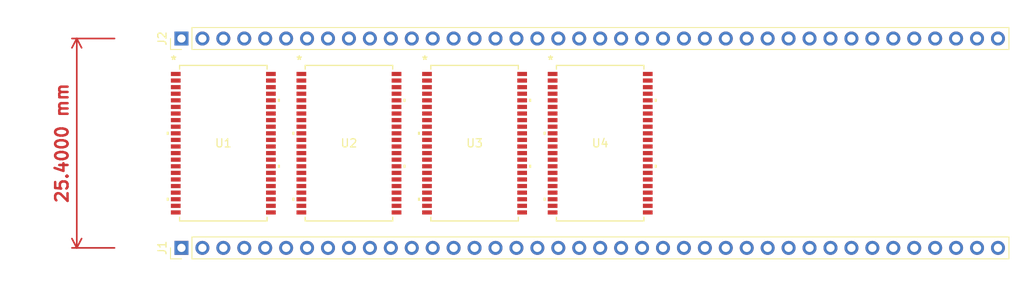
<source format=kicad_pcb>
(kicad_pcb (version 20221018) (generator pcbnew)
  (layers (0 "F.Cu" signal) (31 "B.Cu" signal) (34 "B.Paste" user) (35 "F.Paste" user) (36 "B.SilkS" user "B.Silkscreen") (37 "F.SilkS" user "F.Silkscreen") (38 "B.Mask" user) (39 "F.Mask" user) (44 "Edge.Cuts" user))
  (net 0 "")
  (net 66 "/A2")
  (net 67 "/A3")
  (net 68 "/A4")
  (net 69 "/A5")
  (net 70 "/A6")
  (net 71 "/A7")
  (net 72 "/A8")
  (net 73 "/A9")
  (net 74 "/A10")
  (net 75 "/A11")
  (net 76 "/A12")
  (net 77 "/A13")
  (net 78 "/A14")
  (net 79 "/A15")
  (net 80 "/A16")
  (net 81 "/A17")
  (net 82 "/A18")
  (net 83 "/A19")
  (net 84 "/A20")
  (net 85 "/A21")
  (net 145 "/D0")
  (net 146 "/D1")
  (net 147 "/D2")
  (net 148 "/D3")
  (net 149 "/D4")
  (net 150 "/D5")
  (net 151 "/D6")
  (net 152 "/D7")
  (net 153 "/D8")
  (net 154 "/D9")
  (net 155 "/D10")
  (net 156 "/D11")
  (net 157 "/D12")
  (net 158 "/D13")
  (net 159 "/D14")
  (net 160 "/D15")
  (net 161 "/D16")
  (net 162 "/D17")
  (net 163 "/D18")
  (net 164 "/D19")
  (net 165 "/D20")
  (net 166 "/D21")
  (net 167 "/D22")
  (net 168 "/D23")
  (net 169 "/D24")
  (net 170 "/D25")
  (net 171 "/D26")
  (net 172 "/D27")
  (net 173 "/D28")
  (net 174 "/D29")
  (net 175 "/D30")
  (net 176 "/D31")
  (footprint "TSOP-II 44:TSOP-II-44_400MIL_LTK" (layer "F.Cu") (at 106.68 86.36)
    (fp_text reference "U1" (at 0 0 unlocked) (layer "F.SilkS"))
    (fp_text value "LY62W10248ML-55LLI" hide)
    (fp_text user "*" (at -6.02615 -10.050998 unlocked) (layer "F.SilkS"))
    (fp_text user "*" (at -6.02615 -10.050998) (layer "F.SilkS"))
    (fp_line (start -5.3086 -9.4361) (end -5.3086 -8.986738) (stroke (width 0.1524)) (layer "F.SilkS"))
    (fp_line (start -5.3086 8.986738) (end -5.3086 9.4361) (stroke (width 0.1524)) (layer "F.SilkS"))
    (fp_line (start -5.3086 9.4361) (end 5.3086 9.4361) (stroke (width 0.1524)) (layer "F.SilkS"))
    (fp_line (start 5.3086 -9.4361) (end -5.3086 -9.4361) (stroke (width 0.1524)) (layer "F.SilkS"))
    (fp_line (start 5.3086 -8.986741) (end 5.3086 -9.4361) (stroke (width 0.1524)) (layer "F.SilkS"))
    (fp_line (start 5.3086 9.4361) (end 5.3086 8.986738) (stroke (width 0.1524)) (layer "F.SilkS"))
    (fp_poly (pts (xy -6.8707 -1.3905) (xy -6.8707 -1.0095) (xy -6.6167 -1.0095) (xy -6.6167 -1.3905)) (fill solid) (layer "F.SilkS"))
    (fp_poly (pts (xy -6.8707 6.609499) (xy -6.8707 6.990499) (xy -6.6167 6.990499) (xy -6.6167 6.609499)) (fill solid) (layer "F.SilkS"))
    (fp_poly (pts (xy 6.8707 -5.3905) (xy 6.8707 -5.0095) (xy 6.6167 -5.0095) (xy 6.6167 -5.3905)) (fill solid) (layer "F.SilkS"))
    (fp_poly (pts (xy 6.8707 2.609499) (xy 6.8707 2.990499) (xy 6.6167 2.990499) (xy 6.6167 2.609499)) (fill solid) (layer "F.SilkS"))
    (pad "1" smd rect (at -5.77215 -8.399998) (size 1.1811 0.508) (layers "F.Cu" "F.Paste" "F.Mask") (net 70 "/A6"))
    (pad "2" smd rect (at -5.77215 -7.6) (size 1.1811 0.508) (layers "F.Cu" "F.Paste" "F.Mask") (net 69 "/A5"))
    (pad "3" smd rect (at -5.77215 -6.799999) (size 1.1811 0.508) (layers "F.Cu" "F.Paste" "F.Mask") (net 68 "/A4"))
    (pad "4" smd rect (at -5.77215 -5.999998) (size 1.1811 0.508) (layers "F.Cu" "F.Paste" "F.Mask") (net 67 "/A3"))
    (pad "5" smd rect (at -5.77215 -5.2) (size 1.1811 0.508) (layers "F.Cu" "F.Paste" "F.Mask") (net 66 "/A2"))
    (pad "6" smd rect (at -5.77215 -4.399999) (size 1.1811 0.508) (layers "F.Cu" "F.Paste" "F.Mask"))
    (pad "7" smd rect (at -5.77215 -3.6) (size 1.1811 0.508) (layers "F.Cu" "F.Paste" "F.Mask"))
    (pad "8" smd rect (at -5.77215 -2.799999) (size 1.1811 0.508) (layers "F.Cu" "F.Paste" "F.Mask"))
    (pad "9" smd rect (at -5.77215 -1.999999) (size 1.1811 0.508) (layers "F.Cu" "F.Paste" "F.Mask") (net 145 "/D0"))
    (pad "10" smd rect (at -5.77215 -1.2) (size 1.1811 0.508) (layers "F.Cu" "F.Paste" "F.Mask") (net 146 "/D1"))
    (pad "11" smd rect (at -5.77215 -0.399999) (size 1.1811 0.508) (layers "F.Cu" "F.Paste" "F.Mask"))
    (pad "12" smd rect (at -5.77215 0.399999) (size 1.1811 0.508) (layers "F.Cu" "F.Paste" "F.Mask"))
    (pad "13" smd rect (at -5.77215 1.2) (size 1.1811 0.508) (layers "F.Cu" "F.Paste" "F.Mask") (net 147 "/D2"))
    (pad "14" smd rect (at -5.77215 2.000001) (size 1.1811 0.508) (layers "F.Cu" "F.Paste" "F.Mask") (net 148 "/D3"))
    (pad "15" smd rect (at -5.77215 2.799999) (size 1.1811 0.508) (layers "F.Cu" "F.Paste" "F.Mask"))
    (pad "16" smd rect (at -5.77215 3.6) (size 1.1811 0.508) (layers "F.Cu" "F.Paste" "F.Mask"))
    (pad "17" smd rect (at -5.77215 4.399999) (size 1.1811 0.508) (layers "F.Cu" "F.Paste" "F.Mask"))
    (pad "18" smd rect (at -5.77215 5.2) (size 1.1811 0.508) (layers "F.Cu" "F.Paste" "F.Mask") (net 85 "/A21"))
    (pad "19" smd rect (at -5.77215 6.000001) (size 1.1811 0.508) (layers "F.Cu" "F.Paste" "F.Mask") (net 84 "/A20"))
    (pad "20" smd rect (at -5.77215 6.799999) (size 1.1811 0.508) (layers "F.Cu" "F.Paste" "F.Mask") (net 83 "/A19"))
    (pad "21" smd rect (at -5.77215 7.6) (size 1.1811 0.508) (layers "F.Cu" "F.Paste" "F.Mask") (net 82 "/A18"))
    (pad "22" smd rect (at -5.77215 8.399998) (size 1.1811 0.508) (layers "F.Cu" "F.Paste" "F.Mask") (net 81 "/A17"))
    (pad "23" smd rect (at 5.77215 8.399998) (size 1.1811 0.508) (layers "F.Cu" "F.Paste" "F.Mask") (net 80 "/A16"))
    (pad "24" smd rect (at 5.77215 7.599997) (size 1.1811 0.508) (layers "F.Cu" "F.Paste" "F.Mask") (net 79 "/A15"))
    (pad "25" smd rect (at 5.77215 6.799999) (size 1.1811 0.508) (layers "F.Cu" "F.Paste" "F.Mask") (net 78 "/A14"))
    (pad "26" smd rect (at 5.77215 5.999998) (size 1.1811 0.508) (layers "F.Cu" "F.Paste" "F.Mask") (net 77 "/A13"))
    (pad "27" smd rect (at 5.77215 5.199997) (size 1.1811 0.508) (layers "F.Cu" "F.Paste" "F.Mask") (net 76 "/A12"))
    (pad "28" smd rect (at 5.77215 4.399999) (size 1.1811 0.508) (layers "F.Cu" "F.Paste" "F.Mask") (net 75 "/A11"))
    (pad "29" smd rect (at 5.77215 3.599998) (size 1.1811 0.508) (layers "F.Cu" "F.Paste" "F.Mask"))
    (pad "30" smd rect (at 5.77215 2.799999) (size 1.1811 0.508) (layers "F.Cu" "F.Paste" "F.Mask"))
    (pad "31" smd rect (at 5.77215 1.999999) (size 1.1811 0.508) (layers "F.Cu" "F.Paste" "F.Mask") (net 149 "/D4"))
    (pad "32" smd rect (at 5.77215 1.2) (size 1.1811 0.508) (layers "F.Cu" "F.Paste" "F.Mask") (net 150 "/D5"))
    (pad "33" smd rect (at 5.77215 0.399999) (size 1.1811 0.508) (layers "F.Cu" "F.Paste" "F.Mask"))
    (pad "34" smd rect (at 5.77215 -0.400002) (size 1.1811 0.508) (layers "F.Cu" "F.Paste" "F.Mask"))
    (pad "35" smd rect (at 5.77215 -1.2) (size 1.1811 0.508) (layers "F.Cu" "F.Paste" "F.Mask") (net 151 "/D6"))
    (pad "36" smd rect (at 5.77215 -2.000001) (size 1.1811 0.508) (layers "F.Cu" "F.Paste" "F.Mask") (net 152 "/D7"))
    (pad "37" smd rect (at 5.77215 -2.799999) (size 1.1811 0.508) (layers "F.Cu" "F.Paste" "F.Mask"))
    (pad "38" smd rect (at 5.77215 -3.6) (size 1.1811 0.508) (layers "F.Cu" "F.Paste" "F.Mask"))
    (pad "39" smd rect (at 5.77215 -4.400001) (size 1.1811 0.508) (layers "F.Cu" "F.Paste" "F.Mask") (net 74 "/A10"))
    (pad "40" smd rect (at 5.77215 -5.2) (size 1.1811 0.508) (layers "F.Cu" "F.Paste" "F.Mask"))
    (pad "41" smd rect (at 5.77215 -6.000001) (size 1.1811 0.508) (layers "F.Cu" "F.Paste" "F.Mask"))
    (pad "42" smd rect (at 5.77215 -6.799999) (size 1.1811 0.508) (layers "F.Cu" "F.Paste" "F.Mask") (net 73 "/A9"))
    (pad "43" smd rect (at 5.77215 -7.6) (size 1.1811 0.508) (layers "F.Cu" "F.Paste" "F.Mask") (net 72 "/A8"))
    (pad "44" smd rect (at 5.77215 -8.400001) (size 1.1811 0.508) (layers "F.Cu" "F.Paste" "F.Mask") (net 71 "/A7"))
  )
  (footprint "TSOP-II 44:TSOP-II-44_400MIL_LTK" (layer "F.Cu") (at 152.4 86.36)
    (fp_text reference "U4" (at 0 0 unlocked) (layer "F.SilkS"))
    (fp_text value "LY62W10248ML-55LLI" hide)
    (fp_text user "*" (at -6.02615 -10.050998 unlocked) (layer "F.SilkS"))
    (fp_text user "*" (at -6.02615 -10.050998) (layer "F.SilkS"))
    (fp_line (start -5.3086 -9.4361) (end -5.3086 -8.986738) (stroke (width 0.1524)) (layer "F.SilkS"))
    (fp_line (start -5.3086 8.986738) (end -5.3086 9.4361) (stroke (width 0.1524)) (layer "F.SilkS"))
    (fp_line (start -5.3086 9.4361) (end 5.3086 9.4361) (stroke (width 0.1524)) (layer "F.SilkS"))
    (fp_line (start 5.3086 -9.4361) (end -5.3086 -9.4361) (stroke (width 0.1524)) (layer "F.SilkS"))
    (fp_line (start 5.3086 -8.986741) (end 5.3086 -9.4361) (stroke (width 0.1524)) (layer "F.SilkS"))
    (fp_line (start 5.3086 9.4361) (end 5.3086 8.986738) (stroke (width 0.1524)) (layer "F.SilkS"))
    (fp_poly (pts (xy -6.8707 -1.3905) (xy -6.8707 -1.0095) (xy -6.6167 -1.0095) (xy -6.6167 -1.3905)) (fill solid) (layer "F.SilkS"))
    (fp_poly (pts (xy -6.8707 6.609499) (xy -6.8707 6.990499) (xy -6.6167 6.990499) (xy -6.6167 6.609499)) (fill solid) (layer "F.SilkS"))
    (fp_poly (pts (xy 6.8707 -5.3905) (xy 6.8707 -5.0095) (xy 6.6167 -5.0095) (xy 6.6167 -5.3905)) (fill solid) (layer "F.SilkS"))
    (fp_poly (pts (xy 6.8707 2.609499) (xy 6.8707 2.990499) (xy 6.6167 2.990499) (xy 6.6167 2.609499)) (fill solid) (layer "F.SilkS"))
    (pad "1" smd rect (at -5.77215 -8.399998) (size 1.1811 0.508) (layers "F.Cu" "F.Paste" "F.Mask") (net 70 "/A6"))
    (pad "2" smd rect (at -5.77215 -7.6) (size 1.1811 0.508) (layers "F.Cu" "F.Paste" "F.Mask") (net 69 "/A5"))
    (pad "3" smd rect (at -5.77215 -6.799999) (size 1.1811 0.508) (layers "F.Cu" "F.Paste" "F.Mask") (net 68 "/A4"))
    (pad "4" smd rect (at -5.77215 -5.999998) (size 1.1811 0.508) (layers "F.Cu" "F.Paste" "F.Mask") (net 67 "/A3"))
    (pad "5" smd rect (at -5.77215 -5.2) (size 1.1811 0.508) (layers "F.Cu" "F.Paste" "F.Mask") (net 66 "/A2"))
    (pad "6" smd rect (at -5.77215 -4.399999) (size 1.1811 0.508) (layers "F.Cu" "F.Paste" "F.Mask"))
    (pad "7" smd rect (at -5.77215 -3.6) (size 1.1811 0.508) (layers "F.Cu" "F.Paste" "F.Mask"))
    (pad "8" smd rect (at -5.77215 -2.799999) (size 1.1811 0.508) (layers "F.Cu" "F.Paste" "F.Mask"))
    (pad "9" smd rect (at -5.77215 -1.999999) (size 1.1811 0.508) (layers "F.Cu" "F.Paste" "F.Mask") (net 169 "/D24"))
    (pad "10" smd rect (at -5.77215 -1.2) (size 1.1811 0.508) (layers "F.Cu" "F.Paste" "F.Mask") (net 170 "/D25"))
    (pad "11" smd rect (at -5.77215 -0.399999) (size 1.1811 0.508) (layers "F.Cu" "F.Paste" "F.Mask"))
    (pad "12" smd rect (at -5.77215 0.399999) (size 1.1811 0.508) (layers "F.Cu" "F.Paste" "F.Mask"))
    (pad "13" smd rect (at -5.77215 1.2) (size 1.1811 0.508) (layers "F.Cu" "F.Paste" "F.Mask") (net 171 "/D26"))
    (pad "14" smd rect (at -5.77215 2.000001) (size 1.1811 0.508) (layers "F.Cu" "F.Paste" "F.Mask") (net 172 "/D27"))
    (pad "15" smd rect (at -5.77215 2.799999) (size 1.1811 0.508) (layers "F.Cu" "F.Paste" "F.Mask"))
    (pad "16" smd rect (at -5.77215 3.6) (size 1.1811 0.508) (layers "F.Cu" "F.Paste" "F.Mask"))
    (pad "17" smd rect (at -5.77215 4.399999) (size 1.1811 0.508) (layers "F.Cu" "F.Paste" "F.Mask"))
    (pad "18" smd rect (at -5.77215 5.2) (size 1.1811 0.508) (layers "F.Cu" "F.Paste" "F.Mask") (net 85 "/A21"))
    (pad "19" smd rect (at -5.77215 6.000001) (size 1.1811 0.508) (layers "F.Cu" "F.Paste" "F.Mask") (net 84 "/A20"))
    (pad "20" smd rect (at -5.77215 6.799999) (size 1.1811 0.508) (layers "F.Cu" "F.Paste" "F.Mask") (net 83 "/A19"))
    (pad "21" smd rect (at -5.77215 7.6) (size 1.1811 0.508) (layers "F.Cu" "F.Paste" "F.Mask") (net 82 "/A18"))
    (pad "22" smd rect (at -5.77215 8.399998) (size 1.1811 0.508) (layers "F.Cu" "F.Paste" "F.Mask") (net 81 "/A17"))
    (pad "23" smd rect (at 5.77215 8.399998) (size 1.1811 0.508) (layers "F.Cu" "F.Paste" "F.Mask") (net 80 "/A16"))
    (pad "24" smd rect (at 5.77215 7.599997) (size 1.1811 0.508) (layers "F.Cu" "F.Paste" "F.Mask") (net 79 "/A15"))
    (pad "25" smd rect (at 5.77215 6.799999) (size 1.1811 0.508) (layers "F.Cu" "F.Paste" "F.Mask") (net 78 "/A14"))
    (pad "26" smd rect (at 5.77215 5.999998) (size 1.1811 0.508) (layers "F.Cu" "F.Paste" "F.Mask") (net 77 "/A13"))
    (pad "27" smd rect (at 5.77215 5.199997) (size 1.1811 0.508) (layers "F.Cu" "F.Paste" "F.Mask") (net 76 "/A12"))
    (pad "28" smd rect (at 5.77215 4.399999) (size 1.1811 0.508) (layers "F.Cu" "F.Paste" "F.Mask") (net 75 "/A11"))
    (pad "29" smd rect (at 5.77215 3.599998) (size 1.1811 0.508) (layers "F.Cu" "F.Paste" "F.Mask"))
    (pad "30" smd rect (at 5.77215 2.799999) (size 1.1811 0.508) (layers "F.Cu" "F.Paste" "F.Mask"))
    (pad "31" smd rect (at 5.77215 1.999999) (size 1.1811 0.508) (layers "F.Cu" "F.Paste" "F.Mask") (net 173 "/D28"))
    (pad "32" smd rect (at 5.77215 1.2) (size 1.1811 0.508) (layers "F.Cu" "F.Paste" "F.Mask") (net 174 "/D29"))
    (pad "33" smd rect (at 5.77215 0.399999) (size 1.1811 0.508) (layers "F.Cu" "F.Paste" "F.Mask"))
    (pad "34" smd rect (at 5.77215 -0.400002) (size 1.1811 0.508) (layers "F.Cu" "F.Paste" "F.Mask"))
    (pad "35" smd rect (at 5.77215 -1.2) (size 1.1811 0.508) (layers "F.Cu" "F.Paste" "F.Mask") (net 175 "/D30"))
    (pad "36" smd rect (at 5.77215 -2.000001) (size 1.1811 0.508) (layers "F.Cu" "F.Paste" "F.Mask") (net 176 "/D31"))
    (pad "37" smd rect (at 5.77215 -2.799999) (size 1.1811 0.508) (layers "F.Cu" "F.Paste" "F.Mask"))
    (pad "38" smd rect (at 5.77215 -3.6) (size 1.1811 0.508) (layers "F.Cu" "F.Paste" "F.Mask"))
    (pad "39" smd rect (at 5.77215 -4.400001) (size 1.1811 0.508) (layers "F.Cu" "F.Paste" "F.Mask") (net 74 "/A10"))
    (pad "40" smd rect (at 5.77215 -5.2) (size 1.1811 0.508) (layers "F.Cu" "F.Paste" "F.Mask"))
    (pad "41" smd rect (at 5.77215 -6.000001) (size 1.1811 0.508) (layers "F.Cu" "F.Paste" "F.Mask"))
    (pad "42" smd rect (at 5.77215 -6.799999) (size 1.1811 0.508) (layers "F.Cu" "F.Paste" "F.Mask") (net 73 "/A9"))
    (pad "43" smd rect (at 5.77215 -7.6) (size 1.1811 0.508) (layers "F.Cu" "F.Paste" "F.Mask") (net 72 "/A8"))
    (pad "44" smd rect (at 5.77215 -8.400001) (size 1.1811 0.508) (layers "F.Cu" "F.Paste" "F.Mask") (net 71 "/A7"))
  )
  (footprint "Connector_PinHeader_2.54mm:PinHeader_1x40_P2.54mm_Vertical" (layer "F.Cu") (at 101.6 73.66 90)
    (fp_text reference "J2" (at 0 -2.33 90) (layer "F.SilkS"))
    (fp_text value "Conn_01x40")
    (fp_line (start -1.33 -1.33) (end 0 -1.33) (stroke (width 0.12)) (layer "F.SilkS"))
    (fp_line (start -1.33 0) (end -1.33 -1.33) (stroke (width 0.12)) (layer "F.SilkS"))
    (fp_line (start -1.33 1.27) (end -1.33 100.39) (stroke (width 0.12)) (layer "F.SilkS"))
    (fp_line (start -1.33 1.27) (end 1.33 1.27) (stroke (width 0.12)) (layer "F.SilkS"))
    (fp_line (start -1.33 100.39) (end 1.33 100.39) (stroke (width 0.12)) (layer "F.SilkS"))
    (fp_line (start 1.33 1.27) (end 1.33 100.39) (stroke (width 0.12)) (layer "F.SilkS"))
    (pad "1" thru_hole rect (at 0 0 90) (size 1.7 1.7) (drill 1) (layers "*.Cu" "*.Mask"))
    (pad "2" thru_hole oval (at 0 2.54 90) (size 1.7 1.7) (drill 1) (layers "*.Cu" "*.Mask"))
    (pad "3" thru_hole oval (at 0 5.08 90) (size 1.7 1.7) (drill 1) (layers "*.Cu" "*.Mask"))
    (pad "4" thru_hole oval (at 0 7.62 90) (size 1.7 1.7) (drill 1) (layers "*.Cu" "*.Mask"))
    (pad "5" thru_hole oval (at 0 10.16 90) (size 1.7 1.7) (drill 1) (layers "*.Cu" "*.Mask"))
    (pad "6" thru_hole oval (at 0 12.7 90) (size 1.7 1.7) (drill 1) (layers "*.Cu" "*.Mask"))
    (pad "7" thru_hole oval (at 0 15.24 90) (size 1.7 1.7) (drill 1) (layers "*.Cu" "*.Mask"))
    (pad "8" thru_hole oval (at 0 17.78 90) (size 1.7 1.7) (drill 1) (layers "*.Cu" "*.Mask"))
    (pad "9" thru_hole oval (at 0 20.32 90) (size 1.7 1.7) (drill 1) (layers "*.Cu" "*.Mask"))
    (pad "10" thru_hole oval (at 0 22.86 90) (size 1.7 1.7) (drill 1) (layers "*.Cu" "*.Mask"))
    (pad "11" thru_hole oval (at 0 25.4 90) (size 1.7 1.7) (drill 1) (layers "*.Cu" "*.Mask"))
    (pad "12" thru_hole oval (at 0 27.94 90) (size 1.7 1.7) (drill 1) (layers "*.Cu" "*.Mask"))
    (pad "13" thru_hole oval (at 0 30.48 90) (size 1.7 1.7) (drill 1) (layers "*.Cu" "*.Mask"))
    (pad "14" thru_hole oval (at 0 33.02 90) (size 1.7 1.7) (drill 1) (layers "*.Cu" "*.Mask"))
    (pad "15" thru_hole oval (at 0 35.56 90) (size 1.7 1.7) (drill 1) (layers "*.Cu" "*.Mask"))
    (pad "16" thru_hole oval (at 0 38.1 90) (size 1.7 1.7) (drill 1) (layers "*.Cu" "*.Mask"))
    (pad "17" thru_hole oval (at 0 40.64 90) (size 1.7 1.7) (drill 1) (layers "*.Cu" "*.Mask"))
    (pad "18" thru_hole oval (at 0 43.18 90) (size 1.7 1.7) (drill 1) (layers "*.Cu" "*.Mask"))
    (pad "19" thru_hole oval (at 0 45.72 90) (size 1.7 1.7) (drill 1) (layers "*.Cu" "*.Mask"))
    (pad "20" thru_hole oval (at 0 48.26 90) (size 1.7 1.7) (drill 1) (layers "*.Cu" "*.Mask"))
    (pad "21" thru_hole oval (at 0 50.8 90) (size 1.7 1.7) (drill 1) (layers "*.Cu" "*.Mask"))
    (pad "22" thru_hole oval (at 0 53.34 90) (size 1.7 1.7) (drill 1) (layers "*.Cu" "*.Mask"))
    (pad "23" thru_hole oval (at 0 55.88 90) (size 1.7 1.7) (drill 1) (layers "*.Cu" "*.Mask"))
    (pad "24" thru_hole oval (at 0 58.42 90) (size 1.7 1.7) (drill 1) (layers "*.Cu" "*.Mask"))
    (pad "25" thru_hole oval (at 0 60.96 90) (size 1.7 1.7) (drill 1) (layers "*.Cu" "*.Mask"))
    (pad "26" thru_hole oval (at 0 63.5 90) (size 1.7 1.7) (drill 1) (layers "*.Cu" "*.Mask"))
    (pad "27" thru_hole oval (at 0 66.04 90) (size 1.7 1.7) (drill 1) (layers "*.Cu" "*.Mask"))
    (pad "28" thru_hole oval (at 0 68.58 90) (size 1.7 1.7) (drill 1) (layers "*.Cu" "*.Mask"))
    (pad "29" thru_hole oval (at 0 71.12 90) (size 1.7 1.7) (drill 1) (layers "*.Cu" "*.Mask"))
    (pad "30" thru_hole oval (at 0 73.66 90) (size 1.7 1.7) (drill 1) (layers "*.Cu" "*.Mask"))
    (pad "31" thru_hole oval (at 0 76.2 90) (size 1.7 1.7) (drill 1) (layers "*.Cu" "*.Mask"))
    (pad "32" thru_hole oval (at 0 78.74 90) (size 1.7 1.7) (drill 1) (layers "*.Cu" "*.Mask"))
    (pad "33" thru_hole oval (at 0 81.28 90) (size 1.7 1.7) (drill 1) (layers "*.Cu" "*.Mask"))
    (pad "34" thru_hole oval (at 0 83.82 90) (size 1.7 1.7) (drill 1) (layers "*.Cu" "*.Mask"))
    (pad "35" thru_hole oval (at 0 86.36 90) (size 1.7 1.7) (drill 1) (layers "*.Cu" "*.Mask"))
    (pad "36" thru_hole oval (at 0 88.9 90) (size 1.7 1.7) (drill 1) (layers "*.Cu" "*.Mask"))
    (pad "37" thru_hole oval (at 0 91.44 90) (size 1.7 1.7) (drill 1) (layers "*.Cu" "*.Mask"))
    (pad "38" thru_hole oval (at 0 93.98 90) (size 1.7 1.7) (drill 1) (layers "*.Cu" "*.Mask"))
    (pad "39" thru_hole oval (at 0 96.52 90) (size 1.7 1.7) (drill 1) (layers "*.Cu" "*.Mask"))
    (pad "40" thru_hole oval (at 0 99.06 90) (size 1.7 1.7) (drill 1) (layers "*.Cu" "*.Mask"))
  )
  (footprint "TSOP-II 44:TSOP-II-44_400MIL_LTK" (layer "F.Cu") (at 121.92 86.36)
    (fp_text reference "U2" (at 0 0 unlocked) (layer "F.SilkS"))
    (fp_text value "LY62W10248ML-55LLI" hide)
    (fp_text user "*" (at -6.02615 -10.050998) (layer "F.SilkS"))
    (fp_text user "*" (at -6.02615 -10.050998 unlocked) (layer "F.SilkS"))
    (fp_line (start -5.3086 -9.4361) (end -5.3086 -8.986738) (stroke (width 0.1524)) (layer "F.SilkS"))
    (fp_line (start -5.3086 8.986738) (end -5.3086 9.4361) (stroke (width 0.1524)) (layer "F.SilkS"))
    (fp_line (start -5.3086 9.4361) (end 5.3086 9.4361) (stroke (width 0.1524)) (layer "F.SilkS"))
    (fp_line (start 5.3086 -9.4361) (end -5.3086 -9.4361) (stroke (width 0.1524)) (layer "F.SilkS"))
    (fp_line (start 5.3086 -8.986741) (end 5.3086 -9.4361) (stroke (width 0.1524)) (layer "F.SilkS"))
    (fp_line (start 5.3086 9.4361) (end 5.3086 8.986738) (stroke (width 0.1524)) (layer "F.SilkS"))
    (fp_poly (pts (xy -6.8707 -1.3905) (xy -6.8707 -1.0095) (xy -6.6167 -1.0095) (xy -6.6167 -1.3905)) (fill solid) (layer "F.SilkS"))
    (fp_poly (pts (xy -6.8707 6.609499) (xy -6.8707 6.990499) (xy -6.6167 6.990499) (xy -6.6167 6.609499)) (fill solid) (layer "F.SilkS"))
    (fp_poly (pts (xy 6.8707 -5.3905) (xy 6.8707 -5.0095) (xy 6.6167 -5.0095) (xy 6.6167 -5.3905)) (fill solid) (layer "F.SilkS"))
    (fp_poly (pts (xy 6.8707 2.609499) (xy 6.8707 2.990499) (xy 6.6167 2.990499) (xy 6.6167 2.609499)) (fill solid) (layer "F.SilkS"))
    (pad "1" smd rect (at -5.77215 -8.399998) (size 1.1811 0.508) (layers "F.Cu" "F.Paste" "F.Mask") (net 70 "/A6"))
    (pad "2" smd rect (at -5.77215 -7.6) (size 1.1811 0.508) (layers "F.Cu" "F.Paste" "F.Mask") (net 69 "/A5"))
    (pad "3" smd rect (at -5.77215 -6.799999) (size 1.1811 0.508) (layers "F.Cu" "F.Paste" "F.Mask") (net 68 "/A4"))
    (pad "4" smd rect (at -5.77215 -5.999998) (size 1.1811 0.508) (layers "F.Cu" "F.Paste" "F.Mask") (net 67 "/A3"))
    (pad "5" smd rect (at -5.77215 -5.2) (size 1.1811 0.508) (layers "F.Cu" "F.Paste" "F.Mask") (net 66 "/A2"))
    (pad "6" smd rect (at -5.77215 -4.399999) (size 1.1811 0.508) (layers "F.Cu" "F.Paste" "F.Mask"))
    (pad "7" smd rect (at -5.77215 -3.6) (size 1.1811 0.508) (layers "F.Cu" "F.Paste" "F.Mask"))
    (pad "8" smd rect (at -5.77215 -2.799999) (size 1.1811 0.508) (layers "F.Cu" "F.Paste" "F.Mask"))
    (pad "9" smd rect (at -5.77215 -1.999999) (size 1.1811 0.508) (layers "F.Cu" "F.Paste" "F.Mask") (net 153 "/D8"))
    (pad "10" smd rect (at -5.77215 -1.2) (size 1.1811 0.508) (layers "F.Cu" "F.Paste" "F.Mask") (net 154 "/D9"))
    (pad "11" smd rect (at -5.77215 -0.399999) (size 1.1811 0.508) (layers "F.Cu" "F.Paste" "F.Mask"))
    (pad "12" smd rect (at -5.77215 0.399999) (size 1.1811 0.508) (layers "F.Cu" "F.Paste" "F.Mask"))
    (pad "13" smd rect (at -5.77215 1.2) (size 1.1811 0.508) (layers "F.Cu" "F.Paste" "F.Mask") (net 155 "/D10"))
    (pad "14" smd rect (at -5.77215 2.000001) (size 1.1811 0.508) (layers "F.Cu" "F.Paste" "F.Mask") (net 156 "/D11"))
    (pad "15" smd rect (at -5.77215 2.799999) (size 1.1811 0.508) (layers "F.Cu" "F.Paste" "F.Mask"))
    (pad "16" smd rect (at -5.77215 3.6) (size 1.1811 0.508) (layers "F.Cu" "F.Paste" "F.Mask"))
    (pad "17" smd rect (at -5.77215 4.399999) (size 1.1811 0.508) (layers "F.Cu" "F.Paste" "F.Mask"))
    (pad "18" smd rect (at -5.77215 5.2) (size 1.1811 0.508) (layers "F.Cu" "F.Paste" "F.Mask") (net 85 "/A21"))
    (pad "19" smd rect (at -5.77215 6.000001) (size 1.1811 0.508) (layers "F.Cu" "F.Paste" "F.Mask") (net 84 "/A20"))
    (pad "20" smd rect (at -5.77215 6.799999) (size 1.1811 0.508) (layers "F.Cu" "F.Paste" "F.Mask") (net 83 "/A19"))
    (pad "21" smd rect (at -5.77215 7.6) (size 1.1811 0.508) (layers "F.Cu" "F.Paste" "F.Mask") (net 82 "/A18"))
    (pad "22" smd rect (at -5.77215 8.399998) (size 1.1811 0.508) (layers "F.Cu" "F.Paste" "F.Mask") (net 81 "/A17"))
    (pad "23" smd rect (at 5.77215 8.399998) (size 1.1811 0.508) (layers "F.Cu" "F.Paste" "F.Mask") (net 80 "/A16"))
    (pad "24" smd rect (at 5.77215 7.599997) (size 1.1811 0.508) (layers "F.Cu" "F.Paste" "F.Mask") (net 79 "/A15"))
    (pad "25" smd rect (at 5.77215 6.799999) (size 1.1811 0.508) (layers "F.Cu" "F.Paste" "F.Mask") (net 78 "/A14"))
    (pad "26" smd rect (at 5.77215 5.999998) (size 1.1811 0.508) (layers "F.Cu" "F.Paste" "F.Mask") (net 77 "/A13"))
    (pad "27" smd rect (at 5.77215 5.199997) (size 1.1811 0.508) (layers "F.Cu" "F.Paste" "F.Mask") (net 76 "/A12"))
    (pad "28" smd rect (at 5.77215 4.399999) (size 1.1811 0.508) (layers "F.Cu" "F.Paste" "F.Mask") (net 75 "/A11"))
    (pad "29" smd rect (at 5.77215 3.599998) (size 1.1811 0.508) (layers "F.Cu" "F.Paste" "F.Mask"))
    (pad "30" smd rect (at 5.77215 2.799999) (size 1.1811 0.508) (layers "F.Cu" "F.Paste" "F.Mask"))
    (pad "31" smd rect (at 5.77215 1.999999) (size 1.1811 0.508) (layers "F.Cu" "F.Paste" "F.Mask") (net 157 "/D12"))
    (pad "32" smd rect (at 5.77215 1.2) (size 1.1811 0.508) (layers "F.Cu" "F.Paste" "F.Mask") (net 158 "/D13"))
    (pad "33" smd rect (at 5.77215 0.399999) (size 1.1811 0.508) (layers "F.Cu" "F.Paste" "F.Mask"))
    (pad "34" smd rect (at 5.77215 -0.400002) (size 1.1811 0.508) (layers "F.Cu" "F.Paste" "F.Mask"))
    (pad "35" smd rect (at 5.77215 -1.2) (size 1.1811 0.508) (layers "F.Cu" "F.Paste" "F.Mask") (net 159 "/D14"))
    (pad "36" smd rect (at 5.77215 -2.000001) (size 1.1811 0.508) (layers "F.Cu" "F.Paste" "F.Mask") (net 160 "/D15"))
    (pad "37" smd rect (at 5.77215 -2.799999) (size 1.1811 0.508) (layers "F.Cu" "F.Paste" "F.Mask"))
    (pad "38" smd rect (at 5.77215 -3.6) (size 1.1811 0.508) (layers "F.Cu" "F.Paste" "F.Mask"))
    (pad "39" smd rect (at 5.77215 -4.400001) (size 1.1811 0.508) (layers "F.Cu" "F.Paste" "F.Mask") (net 74 "/A10"))
    (pad "40" smd rect (at 5.77215 -5.2) (size 1.1811 0.508) (layers "F.Cu" "F.Paste" "F.Mask"))
    (pad "41" smd rect (at 5.77215 -6.000001) (size 1.1811 0.508) (layers "F.Cu" "F.Paste" "F.Mask"))
    (pad "42" smd rect (at 5.77215 -6.799999) (size 1.1811 0.508) (layers "F.Cu" "F.Paste" "F.Mask") (net 73 "/A9"))
    (pad "43" smd rect (at 5.77215 -7.6) (size 1.1811 0.508) (layers "F.Cu" "F.Paste" "F.Mask") (net 72 "/A8"))
    (pad "44" smd rect (at 5.77215 -8.400001) (size 1.1811 0.508) (layers "F.Cu" "F.Paste" "F.Mask") (net 71 "/A7"))
  )
  (footprint "TSOP-II 44:TSOP-II-44_400MIL_LTK" (layer "F.Cu") (at 137.16 86.36)
    (fp_text reference "U3" (at 0 0 unlocked) (layer "F.SilkS"))
    (fp_text value "LY62W10248ML-55LLI" hide)
    (fp_text user "*" (at -6.02615 -10.050998 unlocked) (layer "F.SilkS"))
    (fp_text user "*" (at -6.02615 -10.050998) (layer "F.SilkS"))
    (fp_line (start -5.3086 -9.4361) (end -5.3086 -8.986738) (stroke (width 0.1524)) (layer "F.SilkS"))
    (fp_line (start -5.3086 8.986738) (end -5.3086 9.4361) (stroke (width 0.1524)) (layer "F.SilkS"))
    (fp_line (start -5.3086 9.4361) (end 5.3086 9.4361) (stroke (width 0.1524)) (layer "F.SilkS"))
    (fp_line (start 5.3086 -9.4361) (end -5.3086 -9.4361) (stroke (width 0.1524)) (layer "F.SilkS"))
    (fp_line (start 5.3086 -8.986741) (end 5.3086 -9.4361) (stroke (width 0.1524)) (layer "F.SilkS"))
    (fp_line (start 5.3086 9.4361) (end 5.3086 8.986738) (stroke (width 0.1524)) (layer "F.SilkS"))
    (fp_poly (pts (xy -6.8707 -1.3905) (xy -6.8707 -1.0095) (xy -6.6167 -1.0095) (xy -6.6167 -1.3905)) (fill solid) (layer "F.SilkS"))
    (fp_poly (pts (xy -6.8707 6.609499) (xy -6.8707 6.990499) (xy -6.6167 6.990499) (xy -6.6167 6.609499)) (fill solid) (layer "F.SilkS"))
    (fp_poly (pts (xy 6.8707 -5.3905) (xy 6.8707 -5.0095) (xy 6.6167 -5.0095) (xy 6.6167 -5.3905)) (fill solid) (layer "F.SilkS"))
    (fp_poly (pts (xy 6.8707 2.609499) (xy 6.8707 2.990499) (xy 6.6167 2.990499) (xy 6.6167 2.609499)) (fill solid) (layer "F.SilkS"))
    (pad "1" smd rect (at -5.77215 -8.399998) (size 1.1811 0.508) (layers "F.Cu" "F.Paste" "F.Mask") (net 70 "/A6"))
    (pad "2" smd rect (at -5.77215 -7.6) (size 1.1811 0.508) (layers "F.Cu" "F.Paste" "F.Mask") (net 69 "/A5"))
    (pad "3" smd rect (at -5.77215 -6.799999) (size 1.1811 0.508) (layers "F.Cu" "F.Paste" "F.Mask") (net 68 "/A4"))
    (pad "4" smd rect (at -5.77215 -5.999998) (size 1.1811 0.508) (layers "F.Cu" "F.Paste" "F.Mask") (net 67 "/A3"))
    (pad "5" smd rect (at -5.77215 -5.2) (size 1.1811 0.508) (layers "F.Cu" "F.Paste" "F.Mask") (net 66 "/A2"))
    (pad "6" smd rect (at -5.77215 -4.399999) (size 1.1811 0.508) (layers "F.Cu" "F.Paste" "F.Mask"))
    (pad "7" smd rect (at -5.77215 -3.6) (size 1.1811 0.508) (layers "F.Cu" "F.Paste" "F.Mask"))
    (pad "8" smd rect (at -5.77215 -2.799999) (size 1.1811 0.508) (layers "F.Cu" "F.Paste" "F.Mask"))
    (pad "9" smd rect (at -5.77215 -1.999999) (size 1.1811 0.508) (layers "F.Cu" "F.Paste" "F.Mask") (net 161 "/D16"))
    (pad "10" smd rect (at -5.77215 -1.2) (size 1.1811 0.508) (layers "F.Cu" "F.Paste" "F.Mask") (net 162 "/D17"))
    (pad "11" smd rect (at -5.77215 -0.399999) (size 1.1811 0.508) (layers "F.Cu" "F.Paste" "F.Mask"))
    (pad "12" smd rect (at -5.77215 0.399999) (size 1.1811 0.508) (layers "F.Cu" "F.Paste" "F.Mask"))
    (pad "13" smd rect (at -5.77215 1.2) (size 1.1811 0.508) (layers "F.Cu" "F.Paste" "F.Mask") (net 163 "/D18"))
    (pad "14" smd rect (at -5.77215 2.000001) (size 1.1811 0.508) (layers "F.Cu" "F.Paste" "F.Mask") (net 164 "/D19"))
    (pad "15" smd rect (at -5.77215 2.799999) (size 1.1811 0.508) (layers "F.Cu" "F.Paste" "F.Mask"))
    (pad "16" smd rect (at -5.77215 3.6) (size 1.1811 0.508) (layers "F.Cu" "F.Paste" "F.Mask"))
    (pad "17" smd rect (at -5.77215 4.399999) (size 1.1811 0.508) (layers "F.Cu" "F.Paste" "F.Mask"))
    (pad "18" smd rect (at -5.77215 5.2) (size 1.1811 0.508) (layers "F.Cu" "F.Paste" "F.Mask") (net 85 "/A21"))
    (pad "19" smd rect (at -5.77215 6.000001) (size 1.1811 0.508) (layers "F.Cu" "F.Paste" "F.Mask") (net 84 "/A20"))
    (pad "20" smd rect (at -5.77215 6.799999) (size 1.1811 0.508) (layers "F.Cu" "F.Paste" "F.Mask") (net 83 "/A19"))
    (pad "21" smd rect (at -5.77215 7.6) (size 1.1811 0.508) (layers "F.Cu" "F.Paste" "F.Mask") (net 82 "/A18"))
    (pad "22" smd rect (at -5.77215 8.399998) (size 1.1811 0.508) (layers "F.Cu" "F.Paste" "F.Mask") (net 81 "/A17"))
    (pad "23" smd rect (at 5.77215 8.399998) (size 1.1811 0.508) (layers "F.Cu" "F.Paste" "F.Mask") (net 80 "/A16"))
    (pad "24" smd rect (at 5.77215 7.599997) (size 1.1811 0.508) (layers "F.Cu" "F.Paste" "F.Mask") (net 79 "/A15"))
    (pad "25" smd rect (at 5.77215 6.799999) (size 1.1811 0.508) (layers "F.Cu" "F.Paste" "F.Mask") (net 78 "/A14"))
    (pad "26" smd rect (at 5.77215 5.999998) (size 1.1811 0.508) (layers "F.Cu" "F.Paste" "F.Mask") (net 77 "/A13"))
    (pad "27" smd rect (at 5.77215 5.199997) (size 1.1811 0.508) (layers "F.Cu" "F.Paste" "F.Mask") (net 76 "/A12"))
    (pad "28" smd rect (at 5.77215 4.399999) (size 1.1811 0.508) (layers "F.Cu" "F.Paste" "F.Mask") (net 75 "/A11"))
    (pad "29" smd rect (at 5.77215 3.599998) (size 1.1811 0.508) (layers "F.Cu" "F.Paste" "F.Mask"))
    (pad "30" smd rect (at 5.77215 2.799999) (size 1.1811 0.508) (layers "F.Cu" "F.Paste" "F.Mask"))
    (pad "31" smd rect (at 5.77215 1.999999) (size 1.1811 0.508) (layers "F.Cu" "F.Paste" "F.Mask") (net 165 "/D20"))
    (pad "32" smd rect (at 5.77215 1.2) (size 1.1811 0.508) (layers "F.Cu" "F.Paste" "F.Mask") (net 166 "/D21"))
    (pad "33" smd rect (at 5.77215 0.399999) (size 1.1811 0.508) (layers "F.Cu" "F.Paste" "F.Mask"))
    (pad "34" smd rect (at 5.77215 -0.400002) (size 1.1811 0.508) (layers "F.Cu" "F.Paste" "F.Mask"))
    (pad "35" smd rect (at 5.77215 -1.2) (size 1.1811 0.508) (layers "F.Cu" "F.Paste" "F.Mask") (net 167 "/D22"))
    (pad "36" smd rect (at 5.77215 -2.000001) (size 1.1811 0.508) (layers "F.Cu" "F.Paste" "F.Mask") (net 168 "/D23"))
    (pad "37" smd rect (at 5.77215 -2.799999) (size 1.1811 0.508) (layers "F.Cu" "F.Paste" "F.Mask"))
    (pad "38" smd rect (at 5.77215 -3.6) (size 1.1811 0.508) (layers "F.Cu" "F.Paste" "F.Mask"))
    (pad "39" smd rect (at 5.77215 -4.400001) (size 1.1811 0.508) (layers "F.Cu" "F.Paste" "F.Mask") (net 74 "/A10"))
    (pad "40" smd rect (at 5.77215 -5.2) (size 1.1811 0.508) (layers "F.Cu" "F.Paste" "F.Mask"))
    (pad "41" smd rect (at 5.77215 -6.000001) (size 1.1811 0.508) (layers "F.Cu" "F.Paste" "F.Mask"))
    (pad "42" smd rect (at 5.77215 -6.799999) (size 1.1811 0.508) (layers "F.Cu" "F.Paste" "F.Mask") (net 73 "/A9"))
    (pad "43" smd rect (at 5.77215 -7.6) (size 1.1811 0.508) (layers "F.Cu" "F.Paste" "F.Mask") (net 72 "/A8"))
    (pad "44" smd rect (at 5.77215 -8.400001) (size 1.1811 0.508) (layers "F.Cu" "F.Paste" "F.Mask") (net 71 "/A7"))
  )
  (footprint "Connector_PinHeader_2.54mm:PinHeader_1x40_P2.54mm_Vertical" (layer "F.Cu") (at 101.6 99.06 90)
    (fp_text reference "J1" (at 0 -2.33 90) (layer "F.SilkS"))
    (fp_text value "Conn_01x40")
    (fp_line (start -1.33 -1.33) (end 0 -1.33) (stroke (width 0.12)) (layer "F.SilkS"))
    (fp_line (start -1.33 0) (end -1.33 -1.33) (stroke (width 0.12)) (layer "F.SilkS"))
    (fp_line (start -1.33 1.27) (end -1.33 100.39) (stroke (width 0.12)) (layer "F.SilkS"))
    (fp_line (start -1.33 1.27) (end 1.33 1.27) (stroke (width 0.12)) (layer "F.SilkS"))
    (fp_line (start -1.33 100.39) (end 1.33 100.39) (stroke (width 0.12)) (layer "F.SilkS"))
    (fp_line (start 1.33 1.27) (end 1.33 100.39) (stroke (width 0.12)) (layer "F.SilkS"))
    (pad "1" thru_hole rect (at 0 0 90) (size 1.7 1.7) (drill 1) (layers "*.Cu" "*.Mask"))
    (pad "2" thru_hole oval (at 0 2.54 90) (size 1.7 1.7) (drill 1) (layers "*.Cu" "*.Mask") (net 66 "/A2"))
    (pad "3" thru_hole oval (at 0 5.08 90) (size 1.7 1.7) (drill 1) (layers "*.Cu" "*.Mask") (net 67 "/A3"))
    (pad "4" thru_hole oval (at 0 7.62 90) (size 1.7 1.7) (drill 1) (layers "*.Cu" "*.Mask") (net 68 "/A4"))
    (pad "5" thru_hole oval (at 0 10.16 90) (size 1.7 1.7) (drill 1) (layers "*.Cu" "*.Mask") (net 69 "/A5"))
    (pad "6" thru_hole oval (at 0 12.7 90) (size 1.7 1.7) (drill 1) (layers "*.Cu" "*.Mask") (net 70 "/A6"))
    (pad "7" thru_hole oval (at 0 15.24 90) (size 1.7 1.7) (drill 1) (layers "*.Cu" "*.Mask") (net 71 "/A7"))
    (pad "8" thru_hole oval (at 0 17.78 90) (size 1.7 1.7) (drill 1) (layers "*.Cu" "*.Mask") (net 72 "/A8"))
    (pad "9" thru_hole oval (at 0 20.32 90) (size 1.7 1.7) (drill 1) (layers "*.Cu" "*.Mask") (net 73 "/A9"))
    (pad "10" thru_hole oval (at 0 22.86 90) (size 1.7 1.7) (drill 1) (layers "*.Cu" "*.Mask") (net 74 "/A10"))
    (pad "11" thru_hole oval (at 0 25.4 90) (size 1.7 1.7) (drill 1) (layers "*.Cu" "*.Mask") (net 75 "/A11"))
    (pad "12" thru_hole oval (at 0 27.94 90) (size 1.7 1.7) (drill 1) (layers "*.Cu" "*.Mask") (net 76 "/A12"))
    (pad "13" thru_hole oval (at 0 30.48 90) (size 1.7 1.7) (drill 1) (layers "*.Cu" "*.Mask") (net 77 "/A13"))
    (pad "14" thru_hole oval (at 0 33.02 90) (size 1.7 1.7) (drill 1) (layers "*.Cu" "*.Mask") (net 78 "/A14"))
    (pad "15" thru_hole oval (at 0 35.56 90) (size 1.7 1.7) (drill 1) (layers "*.Cu" "*.Mask") (net 79 "/A15"))
    (pad "16" thru_hole oval (at 0 38.1 90) (size 1.7 1.7) (drill 1) (layers "*.Cu" "*.Mask") (net 80 "/A16"))
    (pad "17" thru_hole oval (at 0 40.64 90) (size 1.7 1.7) (drill 1) (layers "*.Cu" "*.Mask") (net 81 "/A17"))
    (pad "18" thru_hole oval (at 0 43.18 90) (size 1.7 1.7) (drill 1) (layers "*.Cu" "*.Mask") (net 82 "/A18"))
    (pad "19" thru_hole oval (at 0 45.72 90) (size 1.7 1.7) (drill 1) (layers "*.Cu" "*.Mask") (net 83 "/A19"))
    (pad "20" thru_hole oval (at 0 48.26 90) (size 1.7 1.7) (drill 1) (layers "*.Cu" "*.Mask") (net 84 "/A20"))
    (pad "21" thru_hole oval (at 0 50.8 90) (size 1.7 1.7) (drill 1) (layers "*.Cu" "*.Mask") (net 85 "/A21"))
    (pad "22" thru_hole oval (at 0 53.34 90) (size 1.7 1.7) (drill 1) (layers "*.Cu" "*.Mask"))
    (pad "23" thru_hole oval (at 0 55.88 90) (size 1.7 1.7) (drill 1) (layers "*.Cu" "*.Mask"))
    (pad "24" thru_hole oval (at 0 58.42 90) (size 1.7 1.7) (drill 1) (layers "*.Cu" "*.Mask"))
    (pad "25" thru_hole oval (at 0 60.96 90) (size 1.7 1.7) (drill 1) (layers "*.Cu" "*.Mask"))
    (pad "26" thru_hole oval (at 0 63.5 90) (size 1.7 1.7) (drill 1) (layers "*.Cu" "*.Mask"))
    (pad "27" thru_hole oval (at 0 66.04 90) (size 1.7 1.7) (drill 1) (layers "*.Cu" "*.Mask"))
    (pad "28" thru_hole oval (at 0 68.58 90) (size 1.7 1.7) (drill 1) (layers "*.Cu" "*.Mask"))
    (pad "29" thru_hole oval (at 0 71.12 90) (size 1.7 1.7) (drill 1) (layers "*.Cu" "*.Mask"))
    (pad "30" thru_hole oval (at 0 73.66 90) (size 1.7 1.7) (drill 1) (layers "*.Cu" "*.Mask"))
    (pad "31" thru_hole oval (at 0 76.2 90) (size 1.7 1.7) (drill 1) (layers "*.Cu" "*.Mask"))
    (pad "32" thru_hole oval (at 0 78.74 90) (size 1.7 1.7) (drill 1) (layers "*.Cu" "*.Mask"))
    (pad "33" thru_hole oval (at 0 81.28 90) (size 1.7 1.7) (drill 1) (layers "*.Cu" "*.Mask"))
    (pad "34" thru_hole oval (at 0 83.82 90) (size 1.7 1.7) (drill 1) (layers "*.Cu" "*.Mask"))
    (pad "35" thru_hole oval (at 0 86.36 90) (size 1.7 1.7) (drill 1) (layers "*.Cu" "*.Mask"))
    (pad "36" thru_hole oval (at 0 88.9 90) (size 1.7 1.7) (drill 1) (layers "*.Cu" "*.Mask"))
    (pad "37" thru_hole oval (at 0 91.44 90) (size 1.7 1.7) (drill 1) (layers "*.Cu" "*.Mask"))
    (pad "38" thru_hole oval (at 0 93.98 90) (size 1.7 1.7) (drill 1) (layers "*.Cu" "*.Mask"))
    (pad "39" thru_hole oval (at 0 96.52 90) (size 1.7 1.7) (drill 1) (layers "*.Cu" "*.Mask"))
    (pad "40" thru_hole oval (at 0 99.06 90) (size 1.7 1.7) (drill 1) (layers "*.Cu" "*.Mask"))
  )
  (dimension (type orthogonal) (layer "F.Cu") (pts (xy 93.98 73.66) (xy 93.98 99.06)) (height -5.08) (orientation 1) (gr_text "1.0000 in" (at 87.1 86.36 90) (layer "F.Cu") (effects (font (size 1.5 1.5) (thickness 0.3)))) (format (prefix "") (suffix "") (units 3) (units_format 1) (precision 4)) (style (thickness 0.2) (arrow_length 1.27) (text_position_mode 0) (extension_height 0.58642) (extension_offset 0.5) keep_text_aligned))
)
</source>
